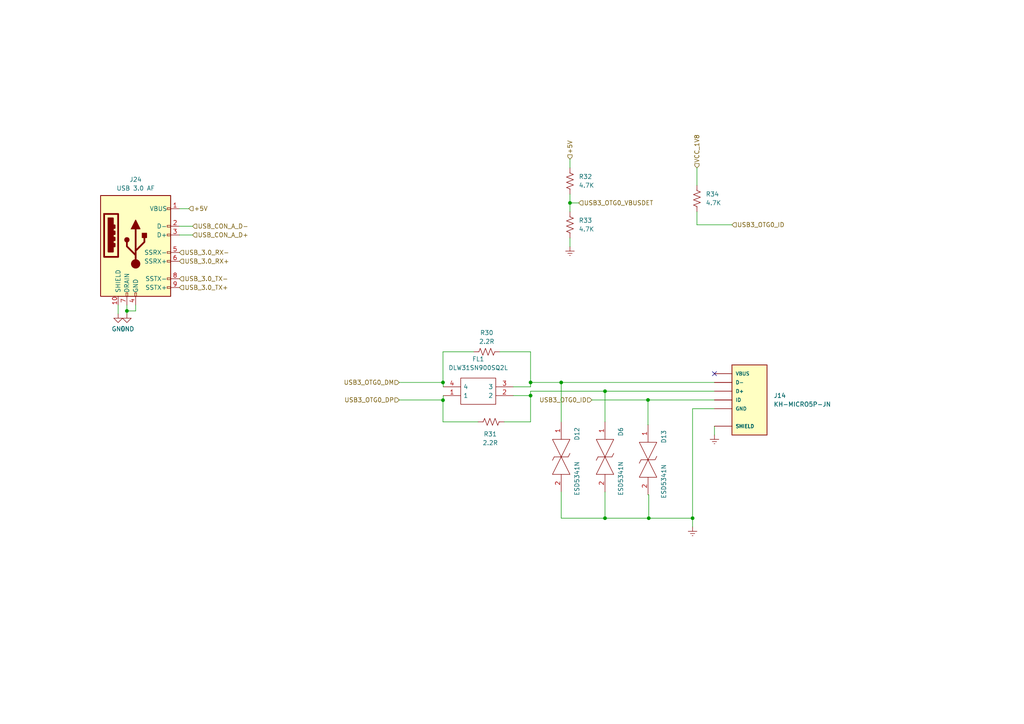
<source format=kicad_sch>
(kicad_sch (version 20230819) (generator eeschema)
  (paper "A4")
  (lib_symbols
    (symbol "5P_Micro_USB:KH-MICRO5P-JN" (pin_numbers hide) (pin_names (offset 1.016))
      (property "Reference" "J17" (at 6.1368 1.2701 0))
      (property "Value" "KH-MICRO5P-JN\n" (at 6.1368 -1.2699 0))
      (symbol "KH-MICRO5P-JN_0_0"
        (pin passive line (at -10.16 0 0) (length 5.08) (name "ID") (number "4"))
      )
      (symbol "KH-MICRO5P-JN_1_0"
        (rectangle (start -5.08 10.16) (end 5.08 -10.16) (stroke (width 0.254)) (fill (type background)))
        (pin power_in line (at -10.16 7.62 0) (length 5.08) (name "VBUS") (number "1"))
        (pin bidirectional line (at -10.16 5.08 0) (length 5.08) (name "D-") (number "2"))
        (pin bidirectional line (at -10.16 2.54 0) (length 5.08) (name "D+") (number "3"))
        (pin power_in line (at -10.16 -2.54 0) (length 5.08) (name "GND") (number "5"))
        (pin passive line (at -10.16 -7.62 0) (length 5.08) (name "SHIELD") (number "SHIELD"))
        (pin passive line (at -10.16 -7.62 0) (length 5.08) (name "SHIELD") (number "SHIELD"))
      )
    )
    (symbol "Connector:USB3_A" (pin_names (offset 1.016))
      (property "Reference" "J" (at -10.16 15.24 0))
      (property "Value" "USB3_A" (at 10.16 15.24 0))
      (symbol "USB3_A_0_0"
        (rectangle (start -9.144 8.636) (end -5.08 -3.81) (stroke (width 0.508)))
        (rectangle (start -7.874 7.366) (end -6.604 -2.286) (stroke (width 0.508)) (fill (type outline)))
        (rectangle (start -6.35 0) (end -6.096 -0.762) (stroke (width 0.508)))
        (rectangle (start -6.35 1.778) (end -6.096 1.016) (stroke (width 0.508)))
        (rectangle (start -6.35 3.556) (end -6.096 2.794) (stroke (width 0.508)))
        (rectangle (start -6.35 5.334) (end -6.096 4.572) (stroke (width 0.508)))
        (rectangle (start -2.794 -15.24) (end -2.286 -14.224))
        (rectangle (start -0.254 -15.24) (end 0.254 -14.224))
        (rectangle (start 10.16 -12.446) (end 9.144 -12.954))
        (rectangle (start 10.16 -9.906) (end 9.144 -10.414))
        (rectangle (start 10.16 -4.826) (end 9.144 -5.334))
        (rectangle (start 10.16 -2.286) (end 9.144 -2.794))
        (rectangle (start 10.16 2.794) (end 9.144 2.286))
        (rectangle (start 10.16 5.334) (end 9.144 4.826))
        (rectangle (start 10.16 10.414) (end 9.144 9.906))
      )
      (symbol "USB3_A_0_1"
        (rectangle (start -10.16 13.97) (end 10.16 -15.24) (stroke (width 0.254)) (fill (type background)))
      )
      (symbol "USB3_A_1_1"
        (circle (center -2.54 1.143) (radius 0.635) (stroke (width 0.254)) (fill (type outline)))
        (circle (center 0 -5.842) (radius 1.27) (fill (type outline)))
        (polyline (pts (xy 0 -5.842) (xy 0 4.318)) (stroke (width 0.508)))
        (polyline (pts (xy 0 -3.302) (xy -2.54 -0.762) (xy -2.54 0.508)) (stroke (width 0.508)))
        (polyline (pts (xy 0 -2.032) (xy 2.54 0.508) (xy 2.54 1.778)) (stroke (width 0.508)))
        (polyline (pts (xy -1.27 4.318) (xy 0 6.858) (xy 1.27 4.318) (xy -1.27 4.318)) (stroke (width 0.254)) (fill (type outline)))
        (rectangle (start 1.905 1.778) (end 3.175 3.048) (stroke (width 0.254)) (fill (type outline)))
        (pin power_in line (at 12.7 10.16 180) (length 2.54) (name "VBUS") (number "1"))
        (pin passive line (at -5.08 -17.78 90) (length 2.54) (name "SHIELD") (number "10"))
        (pin bidirectional line (at 12.7 5.08 180) (length 2.54) (name "D-") (number "2"))
        (pin bidirectional line (at 12.7 2.54 180) (length 2.54) (name "D+") (number "3"))
        (pin power_in line (at 0 -17.78 90) (length 2.54) (name "GND") (number "4"))
        (pin output line (at 12.7 -2.54 180) (length 2.54) (name "SSRX-") (number "5"))
        (pin output line (at 12.7 -5.08 180) (length 2.54) (name "SSRX+") (number "6"))
        (pin passive line (at -2.54 -17.78 90) (length 2.54) (name "DRAIN") (number "7"))
        (pin input line (at 12.7 -10.16 180) (length 2.54) (name "SSTX-") (number "8"))
        (pin input line (at 12.7 -12.7 180) (length 2.54) (name "SSTX+") (number "9"))
      )
    )
    (symbol "DLW31SN900SQ2L:DLW31SN900SQ2L" (pin_names (offset 0.762))
      (property "Reference" "FL" (at 16.51 7.62 0))
      (property "Value" "DLW31SN900SQ2L" (at 16.51 5.08 0))
      (symbol "DLW31SN900SQ2L_0_0"
        (pin passive line (at 0 -2.54 0) (length 5.08) (name "1") (number "1"))
        (pin passive line (at 20.32 -2.54 180) (length 5.08) (name "2") (number "2"))
        (pin passive line (at 20.32 0 180) (length 5.08) (name "3") (number "3"))
        (pin passive line (at 0 0 0) (length 5.08) (name "4") (number "4"))
      )
      (symbol "DLW31SN900SQ2L_0_1"
        (polyline (pts (xy 5.08 2.54) (xy 15.24 2.54) (xy 15.24 -5.08) (xy 5.08 -5.08) (xy 5.08 2.54)) (stroke (width 0.1524)))
      )
    )
    (symbol "Device:R_US" (pin_numbers hide) (pin_names (offset 0))
      (property "Reference" "R" (at 2.54 0 90))
      (property "Value" "R_US" (at -2.54 0 90))
      (symbol "R_US_0_1"
        (polyline (pts (xy 0 -2.286) (xy 0 -2.54)))
        (polyline (pts (xy 0 2.286) (xy 0 2.54)))
        (polyline (pts (xy 0 -0.762) (xy 1.016 -1.143) (xy 0 -1.524) (xy -1.016 -1.905) (xy 0 -2.286)))
        (polyline (pts (xy 0 0.762) (xy 1.016 0.381) (xy 0 0) (xy -1.016 -0.381) (xy 0 -0.762)))
        (polyline (pts (xy 0 2.286) (xy 1.016 1.905) (xy 0 1.524) (xy -1.016 1.143) (xy 0 0.762)))
      )
      (symbol "R_US_1_1"
        (pin passive line (at 0 3.81 270) (length 1.27) (name "~") (number "1"))
        (pin passive line (at 0 -3.81 90) (length 1.27) (name "~") (number "2"))
      )
    )
    (symbol "SP0402B-ULC-01ETG:SP0402B-ULC-01ETG" (pin_names (offset 0.762))
      (property "Reference" "D" (at 12.7 8.89 0))
      (property "Value" "SP0402B-ULC-01ETG" (at 12.7 6.35 0))
      (symbol "SP0402B-ULC-01ETG_0_0"
        (pin passive line (at 0 0 0) (length 5.08) (name "~") (number "1"))
        (pin passive line (at 20.32 0 180) (length 5.08) (name "~") (number "2"))
      )
      (symbol "SP0402B-ULC-01ETG_0_1"
        (polyline (pts (xy 9.144 2.54) (xy 10.16 2.032)) (stroke (width 0.1524)))
        (polyline (pts (xy 10.16 -2.032) (xy 10.16 2.032)) (stroke (width 0.1524)))
        (polyline (pts (xy 10.16 -2.032) (xy 11.176 -2.54)) (stroke (width 0.1524)))
        (polyline (pts (xy 10.16 0) (xy 5.08 -2.54) (xy 5.08 2.54) (xy 10.16 0)) (stroke (width 0.1524)))
        (polyline (pts (xy 10.16 0) (xy 15.24 -2.54) (xy 15.24 2.54) (xy 10.16 0)) (stroke (width 0.1524)))
      )
    )
    (symbol "power:Earth" (power) (pin_names (offset 0))
      (symbol "Earth_0_1"
        (polyline (pts (xy -0.635 -1.905) (xy 0.635 -1.905)))
        (polyline (pts (xy -0.127 -2.54) (xy 0.127 -2.54)))
        (polyline (pts (xy 0 -1.27) (xy 0 0)))
        (polyline (pts (xy 1.27 -1.27) (xy -1.27 -1.27)))
      )
      (symbol "Earth_1_1"
        (pin power_in line (at 0 0 270) (length 0) hide (name "Earth") (number "1"))
      )
    )
    (symbol "power:GND" (power) (pin_names (offset 0))
      (property "Value" "GND" (at 0 -3.81 0))
      (symbol "GND_0_1"
        (polyline (pts (xy 0 0) (xy 0 -1.27) (xy 1.27 -1.27) (xy 0 -2.54) (xy -1.27 -1.27) (xy 0 -1.27)))
      )
      (symbol "GND_1_1"
        (pin power_in line (at 0 0 270) (length 0) hide (name "GND") (number "1"))
      )
    )
  )
  (junction (at 165.3132 58.8557))
  (junction (at 162.7732 110.9257))
  (junction (at 188.1675 150.2957))
  (junction (at 128.4832 110.9257))
  (junction (at 153.8832 114.7367))
  (junction (at 175.4732 150.2957))
  (junction (at 128.4832 116.0685))
  (junction (at 200.8732 150.2957))
  (junction (at 187.9431 116.0057))
  (junction (at 153.8832 110.9257))
  (junction (at 36.8055 90.1822))
  (junction (at 175.4732 113.4657))
  (no_connect (at 207.2232 108.3857))
  (wire (pts (xy 187.9431 116.0057) (xy 207.2232 116.0057)))
  (wire (pts (xy 202.1432 65.2057) (xy 212.3032 65.2057)))
  (wire (pts (xy 175.4732 150.2957) (xy 188.1675 150.2957)))
  (wire (pts (xy 153.8832 122.3557) (xy 146.2632 122.3557)))
  (wire (pts (xy 128.5532 112.1967) (xy 128.5532 110.9257)))
  (wire (pts (xy 128.5532 110.9257) (xy 128.4832 110.9257)))
  (wire (pts (xy 187.9431 123.19) (xy 187.96 123.19)))
  (wire (pts (xy 128.5532 116.0685) (xy 128.4832 116.0685)))
  (wire (pts (xy 165.3132 56.3157) (xy 165.3132 58.8557)))
  (wire (pts (xy 128.5532 114.7367) (xy 128.5532 116.0685)))
  (wire (pts (xy 202.1432 48.6957) (xy 202.1432 53.7757)))
  (wire (pts (xy 162.7732 150.2957) (xy 175.4732 150.2957)))
  (wire (pts (xy 115.7832 116.0057) (xy 128.4832 116.0057)))
  (wire (pts (xy 188.1675 150.2957) (xy 188.1675 143.51)))
  (wire (pts (xy 39.3455 90.1822) (xy 36.8055 90.1822)))
  (wire (pts (xy 162.7732 150.2957) (xy 162.7732 142.6757)))
  (wire (pts (xy 207.2232 123.6257) (xy 207.2232 126.1657)))
  (wire (pts (xy 162.7732 110.9257) (xy 207.2232 110.9257)))
  (wire (pts (xy 175.4732 113.4657) (xy 175.4732 122.3557)))
  (wire (pts (xy 175.4732 113.4657) (xy 153.8832 113.4657)))
  (wire (pts (xy 153.8832 114.7367) (xy 153.8832 122.3557)))
  (wire (pts (xy 138.6432 122.3557) (xy 128.4832 122.3557)))
  (wire (pts (xy 128.4832 122.3557) (xy 128.4832 116.0685)))
  (wire (pts (xy 202.1432 61.3957) (xy 202.1432 65.2057)))
  (wire (pts (xy 36.8055 90.1822) (xy 36.8055 88.4767)))
  (wire (pts (xy 137.3732 102.0357) (xy 128.4832 102.0357)))
  (wire (pts (xy 207.2232 113.4657) (xy 175.4732 113.4657)))
  (wire (pts (xy 128.4832 102.0357) (xy 128.4832 110.9257)))
  (wire (pts (xy 162.7732 110.9257) (xy 162.7732 122.3557)))
  (wire (pts (xy 165.3132 69.0157) (xy 165.3132 71.5557)))
  (wire (pts (xy 34.2655 91.0167) (xy 34.2655 88.4767)))
  (wire (pts (xy 36.8055 91.0167) (xy 36.8055 90.1822)))
  (wire (pts (xy 128.4832 116.0685) (xy 128.4832 116.0057)))
  (wire (pts (xy 188.1675 143.51) (xy 187.96 143.51)))
  (wire (pts (xy 54.7615 60.4945) (xy 54.7615 60.5367)))
  (wire (pts (xy 148.8732 112.1967) (xy 153.8832 112.1967)))
  (wire (pts (xy 39.3455 88.4767) (xy 39.3455 90.1822)))
  (wire (pts (xy 55.8555 65.6167) (xy 52.0455 65.6167)))
  (wire (pts (xy 200.8732 150.2957) (xy 200.8732 152.8357)))
  (wire (pts (xy 187.9431 116.0057) (xy 187.9431 123.19)))
  (wire (pts (xy 54.7615 60.5367) (xy 52.0455 60.5367)))
  (wire (pts (xy 144.9932 102.0357) (xy 153.8832 102.0357)))
  (wire (pts (xy 188.1675 150.2957) (xy 200.8732 150.2957)))
  (wire (pts (xy 165.3132 58.8557) (xy 165.3132 61.3957)))
  (wire (pts (xy 52.0455 68.1567) (xy 55.8555 68.1567)))
  (wire (pts (xy 200.8732 118.5457) (xy 200.8732 150.2957)))
  (wire (pts (xy 175.4732 150.2957) (xy 175.4732 142.6757)))
  (wire (pts (xy 167.8532 58.8557) (xy 165.3132 58.8557)))
  (wire (pts (xy 171.6632 116.0057) (xy 187.9431 116.0057)))
  (wire (pts (xy 148.8732 114.7367) (xy 153.8832 114.7367)))
  (wire (pts (xy 153.8832 112.1967) (xy 153.8832 110.9257)))
  (wire (pts (xy 153.8832 102.0357) (xy 153.8832 110.9257)))
  (wire (pts (xy 153.8832 113.4657) (xy 153.8832 114.7367)))
  (wire (pts (xy 153.8832 110.9257) (xy 162.7732 110.9257)))
  (wire (pts (xy 207.2232 118.5457) (xy 200.8732 118.5457)))
  (wire (pts (xy 115.7832 110.9257) (xy 128.4832 110.9257)))
  (wire (pts (xy 165.3132 46.1557) (xy 165.3132 48.6957)))
  (hierarchical_label "USB_CON_A_D-" (shape input) (at 55.8555 65.6167 0))
  (hierarchical_label "VCC_1V8" (shape input) (at 202.1432 48.6957 90))
  (hierarchical_label "USB_3.0_RX-" (shape input) (at 52.0455 73.2367 0))
  (hierarchical_label "USB_3.0_TX+" (shape input) (at 52.0455 83.3967 0))
  (hierarchical_label "USB3_OTG0_ID" (shape input) (at 212.3032 65.2057 0))
  (hierarchical_label "USB_3.0_RX+" (shape input) (at 52.0455 75.7767 0))
  (hierarchical_label "+5V" (shape input) (at 165.3132 46.1557 90))
  (hierarchical_label "USB_3.0_TX-" (shape input) (at 52.0455 80.8567 0))
  (hierarchical_label "USB3_OTG0_ID" (shape input) (at 171.6632 116.0057 180))
  (hierarchical_label "USB_CON_A_D+" (shape input) (at 55.8555 68.1567 0))
  (hierarchical_label "+5V" (shape input) (at 54.7615 60.4945 0))
  (hierarchical_label "USB3_OTG0_DP" (shape input) (at 115.7832 116.0057 180))
  (hierarchical_label "USB3_OTG0_VBUSDET" (shape input) (at 167.8532 58.8557 0))
  (hierarchical_label "USB3_OTG0_DM" (shape input) (at 115.7832 110.9257 180))
  (symbol (lib_id "SP0402B-ULC-01ETG:SP0402B-ULC-01ETG") (at 175.4732 122.3557 270) (unit 1)
    (property "Reference" "D6" (at 180.0452 123.8797 0) (effects (justify left)))
    (property "Value" "ESD5341N" (at 180.0452 133.7857 0) (effects (justify left)))
    (property "Footprint" "ESD5341N:ESD5341N" (effects hide))
    (property "Datasheet" "https://www.mouser.com/datasheet/2/240/Littelfuse_TVS_Diode_Array_Ultra_Low_Capacitance_D-1021420.pdf" (effects hide))
    (property "Description" "ESD Suppressors / TVS Diodes 5V .13pF 20kV" (effects hide))
    (property "Manufacturer_Name" "LITTELFUSE" (effects hide))
    (property "Manufacturer_Part_Number" "SP0402B-ULC-01ETG" (effects hide))
    (property "Mouser Part Number" "576-SP0402BULC-01ETG" (effects hide))
    (property "Mouser Price/Stock" "https://www.mouser.co.uk/ProductDetail/Littelfuse/SP0402B-ULC-01ETG?qs=lM4gFlnEeENx4cnTNlk34g%3D%3D" (effects hide))
    (property "Arrow Part Number" "SP0402B-ULC-01ETG" (effects hide))
    (property "Arrow Price/Stock" "https://www.arrow.com/en/products/sp0402b-ulc-01etg/littelfuse?region=nac" (effects hide))
  )
  (symbol (lib_id "power:Earth") (at 200.8732 152.8357 0) (unit 1)
    (property "Reference" "#PWR073" (effects hide))
    (property "Value" "Earth" (effects hide))
    (property "Description" "Power symbol creates a global label with name \"Earth\"" (effects hide))
  )
  (symbol (lib_id "power:GND") (at 34.2655 91.0167 0) (unit 1)
    (property "Reference" "#PWR065" (effects hide))
    (property "Value" "GND" (at 34.3925 95.4109 0))
  )
  (symbol (lib_id "power:GND") (at 36.8055 91.0167 0) (unit 1)
    (property "Reference" "#PWR066" (effects hide))
    (property "Value" "GND" (at 36.9325 95.4109 0))
  )
  (symbol (lib_id "SP0402B-ULC-01ETG:SP0402B-ULC-01ETG") (at 187.96 123.19 270) (unit 1)
    (property "Reference" "D13" (at 192.532 124.714 0) (effects (justify left)))
    (property "Value" "ESD5341N" (at 192.532 134.62 0) (effects (justify left)))
    (property "Footprint" "ESD5341N:ESD5341N" (effects hide))
    (property "Datasheet" "https://www.mouser.com/datasheet/2/240/Littelfuse_TVS_Diode_Array_Ultra_Low_Capacitance_D-1021420.pdf" (effects hide))
    (property "Description" "ESD Suppressors / TVS Diodes 5V .13pF 20kV" (effects hide))
    (property "Manufacturer_Name" "LITTELFUSE" (effects hide))
    (property "Manufacturer_Part_Number" "SP0402B-ULC-01ETG" (effects hide))
    (property "Mouser Part Number" "576-SP0402BULC-01ETG" (effects hide))
    (property "Mouser Price/Stock" "https://www.mouser.co.uk/ProductDetail/Littelfuse/SP0402B-ULC-01ETG?qs=lM4gFlnEeENx4cnTNlk34g%3D%3D" (effects hide))
    (property "Arrow Part Number" "SP0402B-ULC-01ETG" (effects hide))
    (property "Arrow Price/Stock" "https://www.arrow.com/en/products/sp0402b-ulc-01etg/littelfuse?region=nac" (effects hide))
  )
  (symbol (lib_id "5P_Micro_USB:KH-MICRO5P-JN") (at 217.3832 116.0057 0) (unit 1)
    (property "Reference" "J14" (at 224.3788 114.7356 0) (effects (justify left)))
    (property "Value" "KH-MICRO5P-JN\n" (at 224.3788 117.2756 0) (effects (justify left)))
    (property "Footprint" "Connector_USB:KH-MICRO5P-JN" (effects hide))
    (property "Description" "\\nUSB - micro B USB 2.0 Receptacle Connector 5 Position Through Hole\\n" (effects hide))
    (property "Package" "None" (effects hide))
    (property "Price" "None" (effects hide))
    (property "Check_prices" "https://www.snapeda.com/parts/USB3130-30-A/Global+Connector+Technology/view-part/?ref=eda" (effects hide))
    (property "SnapEDA_Link" "https://www.snapeda.com/parts/USB3130-30-A/Global+Connector+Technology/view-part/?ref=snap" (effects hide))
    (property "MP" "USB3130-30-A" (effects hide))
    (property "Availability" "In Stock" (effects hide))
    (property "MANUFACTURER" "GCT" (effects hide))
  )
  (symbol (lib_id "Device:R_US") (at 142.4532 122.3557 90) (unit 1)
    (property "Reference" "R31" (at 142.1992 125.9117 90))
    (property "Value" "2.2R" (at 142.1992 128.4517 90))
    (property "Footprint" "Resistor_SMD:R_0402_1005Metric" (effects hide))
    (property "Description" "Resistor, US symbol" (effects hide))
  )
  (symbol (lib_id "Device:R_US") (at 202.1432 57.5857 0) (unit 1)
    (property "Reference" "R34" (at 204.6832 56.3156 0) (effects (justify left)))
    (property "Value" "4.7K" (at 204.6832 58.8556 0) (effects (justify left)))
    (property "Footprint" "Resistor_SMD:R_0603_1608Metric" (effects hide))
    (property "Description" "Resistor, US symbol" (effects hide))
  )
  (symbol (lib_id "Device:R_US") (at 165.3132 65.2057 0) (unit 1)
    (property "Reference" "R33" (at 167.8532 63.9356 0) (effects (justify left)))
    (property "Value" "4.7K" (at 167.8532 66.4756 0) (effects (justify left)))
    (property "Footprint" "Resistor_SMD:R_0603_1608Metric" (effects hide))
    (property "Description" "Resistor, US symbol" (effects hide))
  )
  (symbol (lib_id "DLW31SN900SQ2L:DLW31SN900SQ2L") (at 128.5532 112.1967 0) (unit 1)
    (property "Reference" "FL1" (at 138.7132 104.14 0))
    (property "Value" "DLW31SN900SQ2L" (at 138.7132 106.68 0))
    (property "Footprint" "DLW31SN900SQ2L:DLW31SH222SQ2L" (effects hide))
    (property "Datasheet" "https://www.murata.com/en-us/products/productdetail?partno=DLW31SN900SQ2%23" (effects hide))
    (property "Description" "Common mode choke SMD 1206 370mA 90R Murata DLW31S Series Wire-wound SMD Inductor +/-25% Wire-Wound 370mA Idc" (effects hide))
    (property "Height" "2.1" (effects hide))
    (property "Manufacturer_Name" "Murata Electronics" (effects hide))
    (property "Manufacturer_Part_Number" "DLW31SN900SQ2L" (effects hide))
    (property "Mouser Part Number" "81-DLW31SN900SQ2L" (effects hide))
    (property "Mouser Price/Stock" "https://www.mouser.co.uk/ProductDetail/Murata-Electronics/DLW31SN900SQ2L?qs=MvDi5e8ZjmVQKH%2F%2FPPGwmg%3D%3D" (effects hide))
    (property "Arrow Part Number" "DLW31SN900SQ2L" (effects hide))
    (property "Arrow Price/Stock" "https://www.arrow.com/en/products/dlw31sn900sq2l/murata-manufacturing?region=nac" (effects hide))
  )
  (symbol (lib_id "power:Earth") (at 207.2232 126.1657 0) (unit 1)
    (property "Reference" "#PWR075" (effects hide))
    (property "Value" "Earth" (effects hide))
    (property "Description" "Power symbol creates a global label with name \"Earth\"" (effects hide))
  )
  (symbol (lib_id "SP0402B-ULC-01ETG:SP0402B-ULC-01ETG") (at 162.7732 122.3557 270) (unit 1)
    (property "Reference" "D12" (at 167.3452 123.8797 0) (effects (justify left)))
    (property "Value" "ESD5341N" (at 167.3452 133.7857 0) (effects (justify left)))
    (property "Footprint" "ESD5341N:ESD5341N" (effects hide))
    (property "Datasheet" "https://www.mouser.com/datasheet/2/240/Littelfuse_TVS_Diode_Array_Ultra_Low_Capacitance_D-1021420.pdf" (effects hide))
    (property "Description" "ESD Suppressors / TVS Diodes 5V .13pF 20kV" (effects hide))
    (property "Manufacturer_Name" "LITTELFUSE" (effects hide))
    (property "Manufacturer_Part_Number" "SP0402B-ULC-01ETG" (effects hide))
    (property "Mouser Part Number" "576-SP0402BULC-01ETG" (effects hide))
    (property "Mouser Price/Stock" "https://www.mouser.co.uk/ProductDetail/Littelfuse/SP0402B-ULC-01ETG?qs=lM4gFlnEeENx4cnTNlk34g%3D%3D" (effects hide))
    (property "Arrow Part Number" "SP0402B-ULC-01ETG" (effects hide))
    (property "Arrow Price/Stock" "https://www.arrow.com/en/products/sp0402b-ulc-01etg/littelfuse?region=nac" (effects hide))
  )
  (symbol (lib_id "power:Earth") (at 165.3132 71.5557 0) (unit 1)
    (property "Reference" "#PWR072" (effects hide))
    (property "Value" "Earth" (effects hide))
    (property "Description" "Power symbol creates a global label with name \"Earth\"" (effects hide))
  )
  (symbol (lib_id "Device:R_US") (at 165.3132 52.5057 0) (unit 1)
    (property "Reference" "R32" (at 167.8532 51.2356 0) (effects (justify left)))
    (property "Value" "4.7K" (at 167.8532 53.7756 0) (effects (justify left)))
    (property "Footprint" "Resistor_SMD:R_0603_1608Metric" (effects hide))
    (property "Description" "Resistor, US symbol" (effects hide))
  )
  (symbol (lib_id "Device:R_US") (at 141.1832 102.0357 90) (unit 1)
    (property "Reference" "R30" (at 141.1832 96.52 90))
    (property "Value" "2.2R" (at 141.1832 99.06 90))
    (property "Footprint" "Resistor_SMD:R_0402_1005Metric" (effects hide))
    (property "Description" "Resistor, US symbol" (effects hide))
  )
  (symbol (lib_id "Connector:USB3_A") (at 39.3455 70.6967 0) (unit 1)
    (property "Reference" "J24" (at 39.3455 52.07 0))
    (property "Value" "USB 3.0 AF" (at 39.3455 54.61 0))
    (property "Footprint" "Connector_USB:CP-USB-3015" (effects hide))
    (property "Description" "USB 3.0 A connector" (effects hide))
  )
)
</source>
